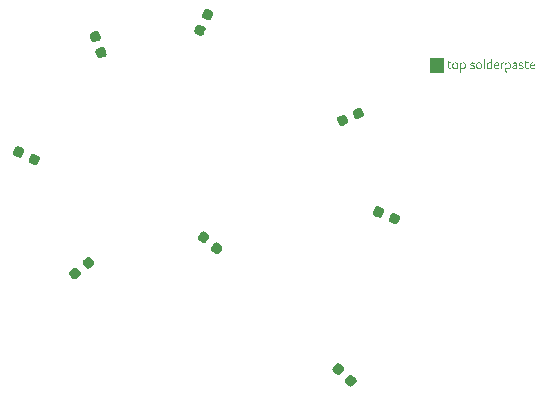
<source format=gtp>
G04                                                      *
G04 Greetings!                                           *
G04 This Gerber was generated by PCBmodE, an open source *
G04 PCB design software. Get it here:                    *
G04                                                      *
G04   http://pcbmode.com                                 *
G04                                                      *
G04 Also visit                                           *
G04                                                      *
G04   http://boldport.com                                *
G04                                                      *
G04 and follow @boldport / @pcbmode for updates!         *
G04                                                      *

G04 leading zeros omitted (L); absolute data (A); 6 integer digits and 6 fractional digits *
%FSLAX66Y66*%

G04 mode (MO): millimeters (MM) *
%MOMM*%

G04 Aperture definitions *
%ADD10C,0.001X*%
%ADD11C,0.001X*%

%LPD*%
G36*
G01X28436429Y-31801419D02*
G01X28555779Y-31673432D01*
G01X28555779Y-31673432D01*
G01X28595483Y-31638899D01*
G01X28640081Y-31614101D01*
G01X28687976Y-31599094D01*
G01X28737568Y-31593933D01*
G01X28787261Y-31598675D01*
G01X28835454Y-31613375D01*
G01X28880551Y-31638088D01*
G01X28909117Y-31661093D01*
G01X29037104Y-31780443D01*
G01X29165091Y-31899793D01*
G01X29165091Y-31899793D01*
G01X29199623Y-31939497D01*
G01X29224421Y-31984095D01*
G01X29239429Y-32031990D01*
G01X29244589Y-32081583D01*
G01X29239848Y-32131275D01*
G01X29225148Y-32179468D01*
G01X29200434Y-32224565D01*
G01X29177429Y-32253131D01*
G01X29058080Y-32381118D01*
G01X28938730Y-32509105D01*
G01X28938730Y-32509105D01*
G01X28899026Y-32543638D01*
G01X28854428Y-32568436D01*
G01X28806533Y-32583443D01*
G01X28756940Y-32588604D01*
G01X28707248Y-32583862D01*
G01X28659055Y-32569162D01*
G01X28613958Y-32544449D01*
G01X28585392Y-32521444D01*
G01X28457405Y-32402094D01*
G01X28329418Y-32282744D01*
G01X28329418Y-32282744D01*
G01X28294885Y-32243040D01*
G01X28270087Y-32198442D01*
G01X28255080Y-32150547D01*
G01X28249919Y-32100954D01*
G01X28254661Y-32051262D01*
G01X28269361Y-32003069D01*
G01X28294074Y-31957972D01*
G01X28317079Y-31929406D01*
G01X28436429Y-31801419D01*
G37*
G36*
G01X30118542Y-33370015D02*
G01X29999192Y-33498002D01*
G01X29999192Y-33498002D01*
G01X29959488Y-33532535D01*
G01X29914890Y-33557333D01*
G01X29866995Y-33572340D01*
G01X29817403Y-33577501D01*
G01X29767710Y-33572759D01*
G01X29719517Y-33558059D01*
G01X29674420Y-33533346D01*
G01X29645854Y-33510341D01*
G01X29517867Y-33390991D01*
G01X29389880Y-33271641D01*
G01X29389880Y-33271641D01*
G01X29355348Y-33231937D01*
G01X29330550Y-33187339D01*
G01X29315542Y-33139444D01*
G01X29310382Y-33089851D01*
G01X29315123Y-33040159D01*
G01X29329823Y-32991966D01*
G01X29354537Y-32946869D01*
G01X29377542Y-32918303D01*
G01X29496891Y-32790316D01*
G01X29616241Y-32662329D01*
G01X29616241Y-32662329D01*
G01X29655945Y-32627796D01*
G01X29700543Y-32602998D01*
G01X29748438Y-32587991D01*
G01X29798031Y-32582830D01*
G01X29847723Y-32587572D01*
G01X29895916Y-32602272D01*
G01X29941013Y-32626985D01*
G01X29969579Y-32649990D01*
G01X30097566Y-32769340D01*
G01X30225553Y-32888690D01*
G01X30225553Y-32888690D01*
G01X30260086Y-32928394D01*
G01X30284884Y-32972992D01*
G01X30299891Y-33020887D01*
G01X30305052Y-33070480D01*
G01X30300310Y-33120172D01*
G01X30285610Y-33168365D01*
G01X30260897Y-33213462D01*
G01X30237892Y-33242028D01*
G01X30118542Y-33370015D01*
G37*
G36*
G01X31764501Y-18624588D02*
G01X31832879Y-18463500D01*
G01X31832879Y-18463500D01*
G01X31858378Y-18417470D01*
G01X31891806Y-18378914D01*
G01X31931679Y-18348431D01*
G01X31976516Y-18326619D01*
G01X32024833Y-18314079D01*
G01X32075147Y-18311409D01*
G01X32125977Y-18319209D01*
G01X32160688Y-18331056D01*
G01X32321777Y-18399434D01*
G01X32482865Y-18467812D01*
G01X32482865Y-18467812D01*
G01X32528895Y-18493311D01*
G01X32567451Y-18526738D01*
G01X32597934Y-18566612D01*
G01X32619745Y-18611448D01*
G01X32632285Y-18659765D01*
G01X32634955Y-18710080D01*
G01X32627156Y-18760909D01*
G01X32615309Y-18795621D01*
G01X32546931Y-18956709D01*
G01X32478553Y-19117798D01*
G01X32478553Y-19117798D01*
G01X32453054Y-19163828D01*
G01X32419627Y-19202384D01*
G01X32379753Y-19232867D01*
G01X32334916Y-19254678D01*
G01X32286599Y-19267218D01*
G01X32236285Y-19269888D01*
G01X32185455Y-19262089D01*
G01X32150744Y-19250241D01*
G01X31989655Y-19181863D01*
G01X31828567Y-19113485D01*
G01X31828567Y-19113485D01*
G01X31782537Y-19087987D01*
G01X31743981Y-19054559D01*
G01X31713498Y-19014686D01*
G01X31691687Y-18969849D01*
G01X31679147Y-18921532D01*
G01X31676477Y-18871217D01*
G01X31684276Y-18820388D01*
G01X31696124Y-18785676D01*
G01X31764501Y-18624588D01*
G37*
G36*
G01X33881664Y-19523270D02*
G01X33813286Y-19684358D01*
G01X33813286Y-19684358D01*
G01X33787787Y-19730388D01*
G01X33754359Y-19768944D01*
G01X33714486Y-19799427D01*
G01X33669649Y-19821239D01*
G01X33621332Y-19833779D01*
G01X33571018Y-19836449D01*
G01X33520188Y-19828649D01*
G01X33485477Y-19816802D01*
G01X33324388Y-19748424D01*
G01X33163300Y-19680046D01*
G01X33163300Y-19680046D01*
G01X33117270Y-19654547D01*
G01X33078714Y-19621120D01*
G01X33048231Y-19581246D01*
G01X33026420Y-19536410D01*
G01X33013880Y-19488093D01*
G01X33011210Y-19437778D01*
G01X33019009Y-19386949D01*
G01X33030856Y-19352237D01*
G01X33099234Y-19191149D01*
G01X33167612Y-19030060D01*
G01X33167612Y-19030060D01*
G01X33193111Y-18984030D01*
G01X33226538Y-18945474D01*
G01X33266412Y-18914991D01*
G01X33311249Y-18893180D01*
G01X33359566Y-18880640D01*
G01X33409880Y-18877970D01*
G01X33460710Y-18885769D01*
G01X33495421Y-18897617D01*
G01X33656510Y-18965995D01*
G01X33817598Y-19034373D01*
G01X33817598Y-19034373D01*
G01X33863628Y-19059871D01*
G01X33902184Y-19093299D01*
G01X33932667Y-19133172D01*
G01X33954478Y-19178009D01*
G01X33967018Y-19226326D01*
G01X33969688Y-19276641D01*
G01X33961889Y-19327470D01*
G01X33950041Y-19362182D01*
G01X33881664Y-19523270D01*
G37*
G36*
G01X28723287Y-11196270D02*
G01X28654910Y-11035182D01*
G01X28654910Y-11035182D01*
G01X28639511Y-10984865D01*
G01X28634997Y-10934036D01*
G01X28640768Y-10884178D01*
G01X28656224Y-10836773D01*
G01X28680768Y-10793306D01*
G01X28713798Y-10755258D01*
G01X28754718Y-10724112D01*
G01X28787353Y-10707373D01*
G01X28948441Y-10638995D01*
G01X29109530Y-10570617D01*
G01X29109530Y-10570617D01*
G01X29159847Y-10555219D01*
G01X29210676Y-10550704D01*
G01X29260534Y-10556475D01*
G01X29307938Y-10571932D01*
G01X29351405Y-10596475D01*
G01X29389453Y-10629506D01*
G01X29420599Y-10670425D01*
G01X29437339Y-10703060D01*
G01X29505717Y-10864149D01*
G01X29574095Y-11025237D01*
G01X29574095Y-11025237D01*
G01X29589493Y-11075554D01*
G01X29594007Y-11126383D01*
G01X29588236Y-11176241D01*
G01X29572780Y-11223645D01*
G01X29548237Y-11267113D01*
G01X29515206Y-11305161D01*
G01X29474286Y-11336306D01*
G01X29441651Y-11353046D01*
G01X29280563Y-11421424D01*
G01X29119474Y-11489802D01*
G01X29119474Y-11489802D01*
G01X29069157Y-11505200D01*
G01X29018328Y-11509714D01*
G01X28968470Y-11503944D01*
G01X28921066Y-11488487D01*
G01X28877599Y-11463944D01*
G01X28839551Y-11430913D01*
G01X28808405Y-11389993D01*
G01X28791665Y-11357358D01*
G01X28723287Y-11196270D01*
G37*
G36*
G01X30840450Y-10297588D02*
G01X30908827Y-10458676D01*
G01X30908827Y-10458676D01*
G01X30924226Y-10508993D01*
G01X30928740Y-10559822D01*
G01X30922969Y-10609680D01*
G01X30907513Y-10657084D01*
G01X30882969Y-10700552D01*
G01X30849939Y-10738600D01*
G01X30809019Y-10769746D01*
G01X30776384Y-10786485D01*
G01X30615296Y-10854863D01*
G01X30454207Y-10923241D01*
G01X30454207Y-10923241D01*
G01X30403890Y-10938639D01*
G01X30353061Y-10943154D01*
G01X30303203Y-10937383D01*
G01X30255799Y-10921926D01*
G01X30212332Y-10897383D01*
G01X30174284Y-10864352D01*
G01X30143138Y-10823433D01*
G01X30126398Y-10790798D01*
G01X30058020Y-10629709D01*
G01X29989642Y-10468621D01*
G01X29989642Y-10468621D01*
G01X29974244Y-10418304D01*
G01X29969730Y-10367475D01*
G01X29975501Y-10317617D01*
G01X29990957Y-10270213D01*
G01X30015500Y-10226745D01*
G01X30048531Y-10188697D01*
G01X30089451Y-10157552D01*
G01X30122086Y-10140812D01*
G01X30283174Y-10072434D01*
G01X30444263Y-10004056D01*
G01X30444263Y-10004056D01*
G01X30494580Y-9988658D01*
G01X30545409Y-9984144D01*
G01X30595267Y-9989914D01*
G01X30642671Y-10005371D01*
G01X30686138Y-10029914D01*
G01X30724186Y-10062945D01*
G01X30755332Y-10103865D01*
G01X30772072Y-10136500D01*
G01X30840450Y-10297588D01*
G37*
G36*
G01X16860487Y-3779950D02*
G01X16703198Y-3703235D01*
G01X16703198Y-3703235D01*
G01X16658566Y-3675362D01*
G01X16621812Y-3639963D01*
G01X16593458Y-3598548D01*
G01X16574023Y-3552632D01*
G01X16564029Y-3503724D01*
G01X16563996Y-3453339D01*
G01X16574445Y-3402987D01*
G01X16588093Y-3368943D01*
G01X16664808Y-3211654D01*
G01X16741523Y-3054366D01*
G01X16741523Y-3054366D01*
G01X16769395Y-3009733D01*
G01X16804795Y-2972979D01*
G01X16846209Y-2944625D01*
G01X16892126Y-2925190D01*
G01X16941033Y-2915196D01*
G01X16991418Y-2915163D01*
G01X17041770Y-2925612D01*
G01X17075814Y-2939260D01*
G01X17233103Y-3015975D01*
G01X17390392Y-3092690D01*
G01X17390392Y-3092690D01*
G01X17435024Y-3120562D01*
G01X17471778Y-3155962D01*
G01X17500132Y-3197376D01*
G01X17519567Y-3243293D01*
G01X17529561Y-3292200D01*
G01X17529594Y-3342585D01*
G01X17519145Y-3392937D01*
G01X17505498Y-3426981D01*
G01X17428783Y-3584270D01*
G01X17352068Y-3741559D01*
G01X17352068Y-3741559D01*
G01X17324195Y-3786191D01*
G01X17288795Y-3822945D01*
G01X17247381Y-3851299D01*
G01X17201465Y-3870734D01*
G01X17152557Y-3880728D01*
G01X17102172Y-3880761D01*
G01X17051820Y-3870312D01*
G01X17017776Y-3856665D01*
G01X16860487Y-3779950D01*
G37*
G36*
G01X17868742Y-1712724D02*
G01X18026031Y-1789439D01*
G01X18026031Y-1789439D01*
G01X18070663Y-1817312D01*
G01X18107417Y-1852711D01*
G01X18135771Y-1894126D01*
G01X18155206Y-1940042D01*
G01X18165200Y-1988950D01*
G01X18165233Y-2039335D01*
G01X18154784Y-2089687D01*
G01X18141136Y-2123731D01*
G01X18064421Y-2281020D01*
G01X17987706Y-2438308D01*
G01X17987706Y-2438308D01*
G01X17959834Y-2482941D01*
G01X17924434Y-2519695D01*
G01X17883020Y-2548049D01*
G01X17837103Y-2567484D01*
G01X17788196Y-2577478D01*
G01X17737811Y-2577511D01*
G01X17687459Y-2567062D01*
G01X17653415Y-2553414D01*
G01X17496126Y-2476699D01*
G01X17338837Y-2399984D01*
G01X17338837Y-2399984D01*
G01X17294205Y-2372112D01*
G01X17257451Y-2336712D01*
G01X17229097Y-2295298D01*
G01X17209662Y-2249381D01*
G01X17199668Y-2200474D01*
G01X17199635Y-2150089D01*
G01X17210084Y-2099737D01*
G01X17223731Y-2065693D01*
G01X17300446Y-1908404D01*
G01X17377161Y-1751115D01*
G01X17377161Y-1751115D01*
G01X17405034Y-1706483D01*
G01X17440434Y-1669729D01*
G01X17481848Y-1641375D01*
G01X17527764Y-1621940D01*
G01X17576672Y-1611946D01*
G01X17627057Y-1611913D01*
G01X17677409Y-1622362D01*
G01X17711453Y-1636009D01*
G01X17868742Y-1712724D01*
G37*
G36*
G01X8812553Y-5716564D02*
G01X8648107Y-5776418D01*
G01X8648107Y-5776418D01*
G01X8597053Y-5789161D01*
G01X8546057Y-5791009D01*
G01X8496570Y-5782637D01*
G01X8450039Y-5764721D01*
G01X8407916Y-5737936D01*
G01X8371649Y-5702959D01*
G01X8342687Y-5660466D01*
G01X8327679Y-5627000D01*
G01X8267825Y-5462553D01*
G01X8207972Y-5298107D01*
G01X8207972Y-5298107D01*
G01X8195228Y-5247053D01*
G01X8193380Y-5196057D01*
G01X8201752Y-5146570D01*
G01X8219668Y-5100040D01*
G01X8246453Y-5057916D01*
G01X8281430Y-5021649D01*
G01X8323923Y-4992688D01*
G01X8357390Y-4977679D01*
G01X8521836Y-4917825D01*
G01X8686282Y-4857972D01*
G01X8686282Y-4857972D01*
G01X8737336Y-4845228D01*
G01X8788332Y-4843380D01*
G01X8837819Y-4851752D01*
G01X8884350Y-4869669D01*
G01X8926473Y-4896453D01*
G01X8962740Y-4931430D01*
G01X8991702Y-4973924D01*
G01X9006710Y-5007390D01*
G01X9066564Y-5171836D01*
G01X9126417Y-5336282D01*
G01X9126417Y-5336282D01*
G01X9139161Y-5387337D01*
G01X9141009Y-5438332D01*
G01X9132637Y-5487820D01*
G01X9114721Y-5534350D01*
G01X9087936Y-5576473D01*
G01X9052959Y-5612740D01*
G01X9010466Y-5641702D01*
G01X8976999Y-5656711D01*
G01X8812553Y-5716564D01*
G37*
G36*
G01X8025906Y-3555272D02*
G01X8190352Y-3495418D01*
G01X8190352Y-3495418D01*
G01X8241406Y-3482675D01*
G01X8292402Y-3480827D01*
G01X8341889Y-3489199D01*
G01X8388420Y-3507115D01*
G01X8430543Y-3533900D01*
G01X8466810Y-3568877D01*
G01X8495772Y-3611370D01*
G01X8510780Y-3644836D01*
G01X8570634Y-3809283D01*
G01X8630487Y-3973729D01*
G01X8630487Y-3973729D01*
G01X8643231Y-4024783D01*
G01X8645079Y-4075779D01*
G01X8636707Y-4125266D01*
G01X8618791Y-4171796D01*
G01X8592006Y-4213920D01*
G01X8557029Y-4250187D01*
G01X8514536Y-4279148D01*
G01X8481069Y-4294157D01*
G01X8316623Y-4354011D01*
G01X8152177Y-4413864D01*
G01X8152177Y-4413864D01*
G01X8101123Y-4426608D01*
G01X8050127Y-4428456D01*
G01X8000640Y-4420084D01*
G01X7954109Y-4402167D01*
G01X7911986Y-4375383D01*
G01X7875719Y-4340406D01*
G01X7846757Y-4297912D01*
G01X7831749Y-4264446D01*
G01X7771895Y-4100000D01*
G01X7712042Y-3935554D01*
G01X7712042Y-3935554D01*
G01X7699298Y-3884499D01*
G01X7697450Y-3833504D01*
G01X7705822Y-3784016D01*
G01X7723738Y-3737486D01*
G01X7750523Y-3695363D01*
G01X7785500Y-3659096D01*
G01X7827993Y-3630134D01*
G01X7861460Y-3615125D01*
G01X8025906Y-3555272D01*
G37*
G36*
G01X3401439Y-14511485D02*
G01X3327480Y-14670089D01*
G01X3327480Y-14670089D01*
G01X3300391Y-14715201D01*
G01X3265638Y-14752567D01*
G01X3224725Y-14781640D01*
G01X3179155Y-14801873D01*
G01X3130429Y-14812719D01*
G01X3080052Y-14813632D01*
G01X3029526Y-14804063D01*
G01X2995249Y-14791011D01*
G01X2836645Y-14717053D01*
G01X2678041Y-14643095D01*
G01X2678041Y-14643095D01*
G01X2632929Y-14616006D01*
G01X2595563Y-14581253D01*
G01X2566490Y-14540340D01*
G01X2546257Y-14494769D01*
G01X2535411Y-14446044D01*
G01X2534499Y-14395667D01*
G01X2544067Y-14345141D01*
G01X2557119Y-14310864D01*
G01X2631077Y-14152260D01*
G01X2705035Y-13993656D01*
G01X2705035Y-13993656D01*
G01X2732125Y-13948544D01*
G01X2766877Y-13911178D01*
G01X2807790Y-13882105D01*
G01X2853361Y-13861872D01*
G01X2902086Y-13851026D01*
G01X2952463Y-13850113D01*
G01X3002990Y-13859682D01*
G01X3037267Y-13872733D01*
G01X3195871Y-13946692D01*
G01X3354474Y-14020650D01*
G01X3354474Y-14020650D01*
G01X3399586Y-14047739D01*
G01X3436952Y-14082492D01*
G01X3466025Y-14123405D01*
G01X3486258Y-14168976D01*
G01X3497105Y-14217701D01*
G01X3498017Y-14268078D01*
G01X3488448Y-14318604D01*
G01X3475397Y-14352881D01*
G01X3401439Y-14511485D01*
G37*
G36*
G01X1316930Y-13539463D02*
G01X1390889Y-13380859D01*
G01X1390889Y-13380859D01*
G01X1417978Y-13335747D01*
G01X1452731Y-13298381D01*
G01X1493644Y-13269308D01*
G01X1539214Y-13249075D01*
G01X1587940Y-13238229D01*
G01X1638317Y-13237316D01*
G01X1688843Y-13246885D01*
G01X1723120Y-13259937D01*
G01X1881724Y-13333895D01*
G01X2040328Y-13407853D01*
G01X2040328Y-13407853D01*
G01X2085440Y-13434942D01*
G01X2122806Y-13469695D01*
G01X2151879Y-13510608D01*
G01X2172112Y-13556179D01*
G01X2182958Y-13604904D01*
G01X2183870Y-13655281D01*
G01X2174302Y-13705807D01*
G01X2161250Y-13740084D01*
G01X2087292Y-13898688D01*
G01X2013334Y-14057292D01*
G01X2013334Y-14057292D01*
G01X1986244Y-14102404D01*
G01X1951492Y-14139770D01*
G01X1910579Y-14168843D01*
G01X1865008Y-14189076D01*
G01X1816283Y-14199922D01*
G01X1765906Y-14200835D01*
G01X1715379Y-14191266D01*
G01X1681102Y-14178215D01*
G01X1522498Y-14104256D01*
G01X1363895Y-14030298D01*
G01X1363895Y-14030298D01*
G01X1318783Y-14003209D01*
G01X1281417Y-13968456D01*
G01X1252344Y-13927543D01*
G01X1232111Y-13881972D01*
G01X1221264Y-13833247D01*
G01X1220352Y-13782870D01*
G01X1229921Y-13732344D01*
G01X1242972Y-13698067D01*
G01X1316930Y-13539463D01*
G37*
G36*
G01X7923973Y-22822914D02*
G01X8034104Y-22958914D01*
G01X8034104Y-22958914D01*
G01X8062775Y-23003038D01*
G01X8081125Y-23050654D01*
G01X8089321Y-23100171D01*
G01X8087529Y-23149999D01*
G01X8075918Y-23198548D01*
G01X8054654Y-23244226D01*
G01X8023905Y-23285444D01*
G01X7997148Y-23310531D01*
G01X7861147Y-23420662D01*
G01X7725147Y-23530793D01*
G01X7725147Y-23530793D01*
G01X7681023Y-23559464D01*
G01X7633408Y-23577814D01*
G01X7583890Y-23586009D01*
G01X7534062Y-23584218D01*
G01X7485514Y-23572607D01*
G01X7439835Y-23551343D01*
G01X7398617Y-23520593D01*
G01X7373530Y-23493837D01*
G01X7263399Y-23357836D01*
G01X7153268Y-23221836D01*
G01X7153268Y-23221836D01*
G01X7124597Y-23177712D01*
G01X7106247Y-23130096D01*
G01X7098052Y-23080579D01*
G01X7099843Y-23030751D01*
G01X7111455Y-22982202D01*
G01X7132718Y-22936524D01*
G01X7163468Y-22895305D01*
G01X7190225Y-22870219D01*
G01X7326225Y-22760088D01*
G01X7462226Y-22649957D01*
G01X7462226Y-22649957D01*
G01X7506349Y-22621286D01*
G01X7553965Y-22602936D01*
G01X7603482Y-22594740D01*
G01X7653310Y-22596532D01*
G01X7701859Y-22608143D01*
G01X7747538Y-22629407D01*
G01X7788756Y-22660156D01*
G01X7813842Y-22686913D01*
G01X7923973Y-22822914D01*
G37*
G36*
G01X6136538Y-24270350D02*
G01X6026407Y-24134350D01*
G01X6026407Y-24134350D01*
G01X5997736Y-24090226D01*
G01X5979386Y-24042610D01*
G01X5971190Y-23993093D01*
G01X5972982Y-23943265D01*
G01X5984593Y-23894717D01*
G01X6005857Y-23849038D01*
G01X6036606Y-23807820D01*
G01X6063363Y-23782733D01*
G01X6199364Y-23672602D01*
G01X6335364Y-23562471D01*
G01X6335364Y-23562471D01*
G01X6379488Y-23533800D01*
G01X6427103Y-23515450D01*
G01X6476621Y-23507255D01*
G01X6526449Y-23509046D01*
G01X6574997Y-23520657D01*
G01X6620676Y-23541921D01*
G01X6661894Y-23572671D01*
G01X6686981Y-23599427D01*
G01X6797112Y-23735428D01*
G01X6907243Y-23871428D01*
G01X6907243Y-23871428D01*
G01X6935914Y-23915552D01*
G01X6954264Y-23963168D01*
G01X6962459Y-24012685D01*
G01X6960668Y-24062513D01*
G01X6949056Y-24111062D01*
G01X6927793Y-24156740D01*
G01X6897043Y-24197959D01*
G01X6870286Y-24223045D01*
G01X6734286Y-24333176D01*
G01X6598285Y-24443307D01*
G01X6598285Y-24443307D01*
G01X6554162Y-24471978D01*
G01X6506546Y-24490328D01*
G01X6457029Y-24498524D01*
G01X6407201Y-24496732D01*
G01X6358652Y-24485121D01*
G01X6312973Y-24463857D01*
G01X6271755Y-24433108D01*
G01X6246669Y-24406351D01*
G01X6136538Y-24270350D01*
G37*
G36*
G01X17022563Y-20659079D02*
G01X17135051Y-20525021D01*
G01X17135051Y-20525021D01*
G01X17172893Y-20488458D01*
G01X17216133Y-20461360D01*
G01X17263177Y-20443866D01*
G01X17312431Y-20436117D01*
G01X17362303Y-20438252D01*
G01X17411200Y-20450409D01*
G01X17457528Y-20472729D01*
G01X17487259Y-20494207D01*
G01X17621317Y-20606695D01*
G01X17755375Y-20719183D01*
G01X17755375Y-20719183D01*
G01X17791938Y-20757025D01*
G01X17819036Y-20800264D01*
G01X17836530Y-20847308D01*
G01X17844279Y-20896563D01*
G01X17842144Y-20946435D01*
G01X17829987Y-20995331D01*
G01X17807667Y-21041660D01*
G01X17786189Y-21071391D01*
G01X17673701Y-21205448D01*
G01X17561213Y-21339506D01*
G01X17561213Y-21339506D01*
G01X17523371Y-21376070D01*
G01X17480131Y-21403168D01*
G01X17433088Y-21420661D01*
G01X17383833Y-21428410D01*
G01X17333961Y-21426276D01*
G01X17285064Y-21414119D01*
G01X17238736Y-21391799D01*
G01X17209005Y-21370320D01*
G01X17074947Y-21257833D01*
G01X16940890Y-21145345D01*
G01X16940890Y-21145345D01*
G01X16904326Y-21107502D01*
G01X16877228Y-21064263D01*
G01X16859735Y-21017219D01*
G01X16851986Y-20967965D01*
G01X16854120Y-20918093D01*
G01X16866277Y-20869196D01*
G01X16888597Y-20822868D01*
G01X16910075Y-20793137D01*
G01X17022563Y-20659079D01*
G37*
G36*
G01X18784466Y-22137491D02*
G01X18671978Y-22271549D01*
G01X18671978Y-22271549D01*
G01X18634136Y-22308112D01*
G01X18590896Y-22335210D01*
G01X18543852Y-22352704D01*
G01X18494598Y-22360453D01*
G01X18444726Y-22358318D01*
G01X18395829Y-22346161D01*
G01X18349501Y-22323841D01*
G01X18319770Y-22302363D01*
G01X18185712Y-22189875D01*
G01X18051654Y-22077387D01*
G01X18051654Y-22077387D01*
G01X18015091Y-22039545D01*
G01X17987993Y-21996306D01*
G01X17970499Y-21949262D01*
G01X17962750Y-21900007D01*
G01X17964885Y-21850135D01*
G01X17977042Y-21801239D01*
G01X17999362Y-21754910D01*
G01X18020840Y-21725179D01*
G01X18133328Y-21591122D01*
G01X18245816Y-21457064D01*
G01X18245816Y-21457064D01*
G01X18283658Y-21420500D01*
G01X18326898Y-21393402D01*
G01X18373941Y-21375909D01*
G01X18423196Y-21368160D01*
G01X18473068Y-21370294D01*
G01X18521965Y-21382451D01*
G01X18568293Y-21404771D01*
G01X18598024Y-21426250D01*
G01X18732082Y-21538737D01*
G01X18866139Y-21651225D01*
G01X18866139Y-21651225D01*
G01X18902703Y-21689068D01*
G01X18929801Y-21732307D01*
G01X18947294Y-21779351D01*
G01X18955043Y-21828605D01*
G01X18952909Y-21878477D01*
G01X18940752Y-21927374D01*
G01X18918432Y-21973702D01*
G01X18896954Y-22003433D01*
G01X18784466Y-22137491D01*
G37*
G36*
G01X36486525Y-5800000D02*
G01X37686525Y-5800000D01*
G01X37686525Y-7000000D01*
G01X36486525Y-7000000D01*
G01X36486525Y-5800000D01*
G37*
G36*
G01X37936525Y-6179102D02*
G01X37936525Y-6179102D01*
G01X37954396Y-6143946D01*
G01X37954396Y-6143946D01*
G01X38011403Y-6136381D01*
G01X38015627Y-6136329D01*
G01X38049611Y-6136329D01*
G01X38049611Y-6136329D01*
G01X38047407Y-6079044D01*
G01X38044356Y-6029204D01*
G01X38041994Y-6001563D01*
G01X38041994Y-6001563D01*
G01X38081837Y-5998047D01*
G01X38081837Y-5998047D01*
G01X38130072Y-6014500D01*
G01X38139259Y-6043750D01*
G01X38139259Y-6043750D01*
G01X38137892Y-6079530D01*
G01X38134572Y-6137500D01*
G01X38134572Y-6137500D01*
G01X38204298Y-6137098D01*
G01X38261134Y-6135889D01*
G01X38305080Y-6133875D01*
G01X38336134Y-6131055D01*
G01X38336134Y-6131055D01*
G01X38336134Y-6131055D01*
G01X38340822Y-6159180D01*
G01X38340822Y-6159180D01*
G01X38328224Y-6191407D01*
G01X38328224Y-6191407D01*
G01X38288087Y-6200782D01*
G01X38288087Y-6200782D01*
G01X38252977Y-6201428D01*
G01X38201787Y-6201818D01*
G01X38134518Y-6201953D01*
G01X38132228Y-6201954D01*
G01X38132228Y-6201954D01*
G01X38131422Y-6251647D01*
G01X38130785Y-6302314D01*
G01X38130318Y-6353953D01*
G01X38130019Y-6406566D01*
G01X38129890Y-6460151D01*
G01X38129884Y-6474415D01*
G01X38129884Y-6474415D01*
G01X38132922Y-6539514D01*
G01X38142034Y-6586313D01*
G01X38153322Y-6610059D01*
G01X38153322Y-6610059D01*
G01X38208390Y-6640169D01*
G01X38230666Y-6642579D01*
G01X38230666Y-6642579D01*
G01X38279965Y-6632374D01*
G01X38316798Y-6606250D01*
G01X38316798Y-6606250D01*
G01X38338478Y-6649610D01*
G01X38338478Y-6649610D01*
G01X38311619Y-6688111D01*
G01X38307423Y-6690332D01*
G01X38307423Y-6690332D01*
G01X38245716Y-6705194D01*
G01X38231837Y-6705860D01*
G01X38231837Y-6705860D01*
G01X38174057Y-6699980D01*
G01X38128217Y-6682340D01*
G01X38094317Y-6652940D01*
G01X38090919Y-6648438D01*
G01X38090919Y-6648438D01*
G01X38065029Y-6590592D01*
G01X38053130Y-6528545D01*
G01X38049780Y-6484832D01*
G01X38049611Y-6476758D01*
G01X38049611Y-6476758D01*
G01X38050417Y-6399885D01*
G01X38051054Y-6334476D01*
G01X38051521Y-6280532D01*
G01X38051820Y-6238053D01*
G01X38051949Y-6207038D01*
G01X38051955Y-6200782D01*
G01X38051955Y-6200782D01*
G01X38027552Y-6202561D01*
G01X37960671Y-6207901D01*
G01X37940041Y-6209571D01*
G01X37940041Y-6209571D01*
G01X37936525Y-6179102D01*
G37*
G36*
G01X38412306Y-6415821D02*
G01X38412306Y-6415821D01*
G01X38415794Y-6360323D01*
G01X38426259Y-6309844D01*
G01X38443700Y-6264386D01*
G01X38468117Y-6223946D01*
G01X38484377Y-6204004D01*
G01X38484377Y-6204004D01*
G01X38541735Y-6159133D01*
G01X38601118Y-6135270D01*
G01X38649161Y-6125780D01*
G01X38672499Y-6124029D01*
G01X38673048Y-6124024D01*
G01X38673048Y-6124024D01*
G01X38726930Y-6128631D01*
G01X38775513Y-6142451D01*
G01X38818798Y-6165486D01*
G01X38856783Y-6197734D01*
G01X38862599Y-6204004D01*
G01X38862599Y-6204004D01*
G01X38900314Y-6262365D01*
G01X38921771Y-6324049D01*
G01X38931555Y-6377320D01*
G01X38934252Y-6410443D01*
G01X38934376Y-6415821D01*
G01X38934376Y-6415821D01*
G01X38924732Y-6498098D01*
G01X38902785Y-6561712D01*
G01X38879016Y-6604739D01*
G01X38863904Y-6625253D01*
G01X38862599Y-6626758D01*
G01X38862599Y-6626758D01*
G01X38805235Y-6671136D01*
G01X38745559Y-6694737D01*
G01X38697154Y-6704123D01*
G01X38673603Y-6705855D01*
G01X38673048Y-6705860D01*
G01X38673048Y-6705860D01*
G01X38619645Y-6701304D01*
G01X38571371Y-6687635D01*
G01X38528227Y-6664854D01*
G01X38490213Y-6632960D01*
G01X38484377Y-6626758D01*
G01X38484377Y-6626758D01*
G01X38446507Y-6568859D01*
G01X38424963Y-6507439D01*
G01X38415139Y-6454287D01*
G01X38412431Y-6421197D01*
G01X38412306Y-6415821D01*
G37*
%LPC*%
G36*
G01X38496681Y-6398829D02*
G01X38496681Y-6398829D01*
G01X38500333Y-6453868D01*
G01X38511289Y-6503487D01*
G01X38529549Y-6547686D01*
G01X38543263Y-6570508D01*
G01X38543263Y-6570508D01*
G01X38597037Y-6618444D01*
G01X38648903Y-6636368D01*
G01X38673024Y-6639063D01*
G01X38673048Y-6639063D01*
G01X38673048Y-6639063D01*
G01X38725758Y-6632560D01*
G01X38769932Y-6613053D01*
G01X38803712Y-6582813D01*
G01X38803712Y-6582813D01*
G01X38835848Y-6521594D01*
G01X38848400Y-6463139D01*
G01X38850584Y-6433255D01*
G01X38850587Y-6432813D01*
G01X38850587Y-6432813D01*
G01X38846821Y-6377727D01*
G01X38835520Y-6327970D01*
G01X38816686Y-6283542D01*
G01X38802541Y-6260547D01*
G01X38802541Y-6260547D01*
G01X38748190Y-6212202D01*
G01X38696780Y-6194124D01*
G01X38673073Y-6191407D01*
G01X38673048Y-6191407D01*
G01X38673048Y-6191407D01*
G01X38620407Y-6197977D01*
G01X38576435Y-6217688D01*
G01X38542970Y-6248243D01*
G01X38542970Y-6248243D01*
G01X38511236Y-6309864D01*
G01X38498841Y-6368475D01*
G01X38496684Y-6398387D01*
G01X38496681Y-6398829D01*
G37*
%LPD*%
G36*
G01X39060353Y-6142188D02*
G01X39060353Y-6142188D01*
G01X39107228Y-6132813D01*
G01X39107228Y-6132813D01*
G01X39148808Y-6151555D01*
G01X39158791Y-6192579D01*
G01X39158791Y-6192579D01*
G01X39204897Y-6162586D01*
G01X39251808Y-6141163D01*
G01X39299525Y-6128309D01*
G01X39348048Y-6124024D01*
G01X39348048Y-6124024D01*
G01X39348048Y-6124024D01*
G01X39399315Y-6129798D01*
G01X39444834Y-6147122D01*
G01X39484604Y-6175994D01*
G01X39496584Y-6188184D01*
G01X39496584Y-6188184D01*
G01X39530289Y-6245784D01*
G01X39547597Y-6309949D01*
G01X39553973Y-6362084D01*
G01X39554884Y-6383594D01*
G01X39554884Y-6383594D01*
G01X39554884Y-6383594D01*
G01X39552094Y-6437219D01*
G01X39543724Y-6487844D01*
G01X39529774Y-6535469D01*
G01X39527638Y-6541211D01*
G01X39527638Y-6541211D01*
G01X39492197Y-6604637D01*
G01X39455962Y-6645678D01*
G01X39440627Y-6659278D01*
G01X39440627Y-6659278D01*
G01X39377335Y-6691850D01*
G01X39321464Y-6704029D01*
G01X39296511Y-6705860D01*
G01X39296486Y-6705860D01*
G01X39296486Y-6705860D01*
G01X39246426Y-6700620D01*
G01X39198341Y-6684901D01*
G01X39162306Y-6665430D01*
G01X39162306Y-6665430D01*
G01X39162681Y-6707618D01*
G01X39162892Y-6728418D01*
G01X39162892Y-6728418D01*
G01X39163874Y-6797617D01*
G01X39164064Y-6805762D01*
G01X39164064Y-6805762D01*
G01X39166745Y-6864140D01*
G01X39166994Y-6868750D01*
G01X39166994Y-6868750D01*
G01X39173247Y-6932415D01*
G01X39174318Y-6939063D01*
G01X39174318Y-6939063D01*
G01X39186328Y-6988275D01*
G01X39186330Y-6988282D01*
G01X39186330Y-6988282D01*
G01X39138283Y-6997657D01*
G01X39138283Y-6997657D01*
G01X39091943Y-6982438D01*
G01X39091701Y-6982129D01*
G01X39091701Y-6982129D01*
G01X39079698Y-6929970D01*
G01X39079689Y-6929102D01*
G01X39079689Y-6929102D01*
G01X39079746Y-6884891D01*
G01X39079917Y-6837053D01*
G01X39080202Y-6785590D01*
G01X39080600Y-6730500D01*
G01X39081113Y-6671785D01*
G01X39081447Y-6637598D01*
G01X39081447Y-6637598D01*
G01X39082338Y-6541724D01*
G01X39082862Y-6471644D01*
G01X39083116Y-6425323D01*
G01X39083197Y-6400728D01*
G01X39083205Y-6395313D01*
G01X39083205Y-6395313D01*
G01X39082291Y-6324625D01*
G01X39079548Y-6263969D01*
G01X39074978Y-6213344D01*
G01X39068580Y-6172750D01*
G01X39060353Y-6142188D01*
G01X39060353Y-6142188D01*
G37*
%LPC*%
G36*
G01X39162306Y-6257618D02*
G01X39162306Y-6257618D01*
G01X39162957Y-6332619D01*
G01X39163501Y-6399420D01*
G01X39163941Y-6458021D01*
G01X39164275Y-6508422D01*
G01X39164503Y-6550623D01*
G01X39164626Y-6584623D01*
G01X39164650Y-6602735D01*
G01X39164650Y-6602735D01*
G01X39206032Y-6622975D01*
G01X39255271Y-6635088D01*
G01X39308791Y-6639063D01*
G01X39308791Y-6639063D01*
G01X39358668Y-6629908D01*
G01X39400490Y-6602442D01*
G01X39400490Y-6602442D01*
G01X39400490Y-6602442D01*
G01X39440267Y-6546459D01*
G01X39453735Y-6513918D01*
G01X39453810Y-6513672D01*
G01X39453810Y-6513672D01*
G01X39466611Y-6445912D01*
G01X39469311Y-6403661D01*
G01X39469337Y-6401172D01*
G01X39469337Y-6401172D01*
G01X39465620Y-6341600D01*
G01X39454466Y-6292258D01*
G01X39435877Y-6253147D01*
G01X39428029Y-6242383D01*
G01X39428029Y-6242383D01*
G01X39369999Y-6201353D01*
G01X39326313Y-6191616D01*
G01X39321681Y-6191407D01*
G01X39321681Y-6191407D01*
G01X39274739Y-6196975D01*
G01X39228387Y-6213680D01*
G01X39182627Y-6241522D01*
G01X39162306Y-6257618D01*
G37*
%LPD*%
G36*
G01X39932228Y-6610352D02*
G01X39932228Y-6610352D01*
G01X39953623Y-6574235D01*
G01X39986134Y-6559961D01*
G01X39986134Y-6559961D01*
G01X40013169Y-6599723D01*
G01X40043263Y-6618848D01*
G01X40043263Y-6618848D01*
G01X40109415Y-6636827D01*
G01X40138478Y-6639063D01*
G01X40138478Y-6639063D01*
G01X40205987Y-6624918D01*
G01X40221974Y-6616211D01*
G01X40221974Y-6616211D01*
G01X40252290Y-6561336D01*
G01X40253908Y-6545313D01*
G01X40253908Y-6545313D01*
G01X40235945Y-6500928D01*
G01X40221974Y-6490235D01*
G01X40221974Y-6490235D01*
G01X40161858Y-6465254D01*
G01X40144630Y-6460645D01*
G01X40144630Y-6460645D01*
G01X40078052Y-6443680D01*
G01X40053517Y-6436622D01*
G01X40053517Y-6436622D01*
G01X39995157Y-6403367D01*
G01X39975880Y-6384473D01*
G01X39975880Y-6384473D01*
G01X39948701Y-6323012D01*
G01X39943954Y-6283477D01*
G01X39943947Y-6282813D01*
G01X39943947Y-6282813D01*
G01X39952409Y-6234665D01*
G01X39977797Y-6193415D01*
G01X40005763Y-6168555D01*
G01X40005763Y-6168555D01*
G01X40070708Y-6136826D01*
G01X40124651Y-6125483D01*
G01X40145509Y-6124024D01*
G01X40145509Y-6124024D01*
G01X40194612Y-6128902D01*
G01X40242921Y-6143535D01*
G01X40255959Y-6149219D01*
G01X40255959Y-6149219D01*
G01X40304882Y-6196894D01*
G01X40310158Y-6218946D01*
G01X40310158Y-6218946D01*
G01X40288762Y-6256155D01*
G01X40256251Y-6269336D01*
G01X40256251Y-6269336D01*
G01X40228457Y-6230894D01*
G01X40202052Y-6213086D01*
G01X40202052Y-6213086D01*
G01X40137656Y-6193130D01*
G01X40116798Y-6191407D01*
G01X40116798Y-6191407D01*
G01X40066835Y-6201402D01*
G01X40045900Y-6213672D01*
G01X40045900Y-6213672D01*
G01X40016824Y-6267034D01*
G01X40016017Y-6276368D01*
G01X40016017Y-6276368D01*
G01X40033504Y-6320924D01*
G01X40047951Y-6332618D01*
G01X40047951Y-6332618D01*
G01X40107266Y-6358837D01*
G01X40125294Y-6363965D01*
G01X40125294Y-6363965D01*
G01X40190896Y-6381183D01*
G01X40216408Y-6388575D01*
G01X40216408Y-6388575D01*
G01X40275541Y-6421179D01*
G01X40294044Y-6438379D01*
G01X40294044Y-6438379D01*
G01X40321986Y-6498914D01*
G01X40325978Y-6532422D01*
G01X40325978Y-6532422D01*
G01X40325978Y-6532422D01*
G01X40318900Y-6585488D01*
G01X40297665Y-6629139D01*
G01X40264748Y-6661622D01*
G01X40264748Y-6661622D01*
G01X40200432Y-6692555D01*
G01X40144177Y-6704121D01*
G01X40119167Y-6705860D01*
G01X40119142Y-6705860D01*
G01X40119142Y-6705860D01*
G01X40065847Y-6701883D01*
G01X40017290Y-6689953D01*
G01X39989064Y-6678321D01*
G01X39989064Y-6678321D01*
G01X39937760Y-6630827D01*
G01X39932228Y-6610352D01*
G37*
G36*
G01X40428517Y-6415821D02*
G01X40428517Y-6415821D01*
G01X40432005Y-6360323D01*
G01X40442470Y-6309844D01*
G01X40459911Y-6264386D01*
G01X40484328Y-6223946D01*
G01X40500587Y-6204004D01*
G01X40500587Y-6204004D01*
G01X40557946Y-6159133D01*
G01X40617329Y-6135270D01*
G01X40665372Y-6125780D01*
G01X40688710Y-6124029D01*
G01X40689259Y-6124024D01*
G01X40689259Y-6124024D01*
G01X40743141Y-6128631D01*
G01X40791724Y-6142451D01*
G01X40835009Y-6165486D01*
G01X40872994Y-6197734D01*
G01X40878810Y-6204004D01*
G01X40878810Y-6204004D01*
G01X40916525Y-6262365D01*
G01X40937982Y-6324049D01*
G01X40947766Y-6377320D01*
G01X40950463Y-6410443D01*
G01X40950587Y-6415821D01*
G01X40950587Y-6415821D01*
G01X40940943Y-6498098D01*
G01X40918996Y-6561712D01*
G01X40895227Y-6604739D01*
G01X40880115Y-6625253D01*
G01X40878810Y-6626758D01*
G01X40878810Y-6626758D01*
G01X40821446Y-6671136D01*
G01X40761770Y-6694738D01*
G01X40713365Y-6704123D01*
G01X40689814Y-6705855D01*
G01X40689259Y-6705860D01*
G01X40689259Y-6705860D01*
G01X40635856Y-6701304D01*
G01X40587582Y-6687635D01*
G01X40544438Y-6664854D01*
G01X40506424Y-6632960D01*
G01X40500587Y-6626758D01*
G01X40500587Y-6626758D01*
G01X40462718Y-6568860D01*
G01X40441174Y-6507439D01*
G01X40431350Y-6454287D01*
G01X40428642Y-6421197D01*
G01X40428517Y-6415821D01*
G37*
%LPC*%
G36*
G01X40512892Y-6398829D02*
G01X40512892Y-6398829D01*
G01X40516544Y-6453868D01*
G01X40527500Y-6503487D01*
G01X40545760Y-6547686D01*
G01X40559474Y-6570508D01*
G01X40559474Y-6570508D01*
G01X40613248Y-6618444D01*
G01X40665114Y-6636368D01*
G01X40689234Y-6639063D01*
G01X40689259Y-6639063D01*
G01X40689259Y-6639063D01*
G01X40741969Y-6632560D01*
G01X40786143Y-6613053D01*
G01X40819923Y-6582813D01*
G01X40819923Y-6582813D01*
G01X40852059Y-6521594D01*
G01X40864611Y-6463139D01*
G01X40866795Y-6433255D01*
G01X40866798Y-6432813D01*
G01X40866798Y-6432813D01*
G01X40863031Y-6377727D01*
G01X40851731Y-6327970D01*
G01X40832896Y-6283542D01*
G01X40818751Y-6260547D01*
G01X40818751Y-6260547D01*
G01X40764401Y-6212202D01*
G01X40712991Y-6194124D01*
G01X40689284Y-6191407D01*
G01X40689259Y-6191407D01*
G01X40689259Y-6191407D01*
G01X40636618Y-6197977D01*
G01X40592646Y-6217688D01*
G01X40559181Y-6248243D01*
G01X40559181Y-6248243D01*
G01X40527447Y-6309864D01*
G01X40515052Y-6368475D01*
G01X40512895Y-6398387D01*
G01X40512892Y-6398829D01*
G37*
%LPD*%
G36*
G01X41076564Y-5805860D02*
G01X41076564Y-5805860D01*
G01X41118751Y-5802344D01*
G01X41118751Y-5802344D01*
G01X41165876Y-5819912D01*
G01X41173830Y-5848047D01*
G01X41173830Y-5848047D01*
G01X41172760Y-5888691D01*
G01X41172072Y-5912207D01*
G01X41172072Y-5912207D01*
G01X41170229Y-5976627D01*
G01X41168538Y-6037843D01*
G01X41167690Y-6069071D01*
G01X41167677Y-6069532D01*
G01X41167677Y-6069532D01*
G01X41166109Y-6144038D01*
G01X41165332Y-6208111D01*
G01X41165069Y-6251555D01*
G01X41165041Y-6264649D01*
G01X41165041Y-6451563D01*
G01X41165041Y-6451563D01*
G01X41166048Y-6514883D01*
G01X41169072Y-6570968D01*
G01X41174110Y-6619817D01*
G01X41181165Y-6661432D01*
G01X41187892Y-6688282D01*
G01X41187892Y-6688282D01*
G01X41142775Y-6697657D01*
G01X41142775Y-6697657D01*
G01X41096486Y-6683301D01*
G01X41096486Y-6683301D01*
G01X41083595Y-6635547D01*
G01X41083595Y-6635547D01*
G01X41083595Y-6635547D01*
G01X41083723Y-6607784D01*
G01X41084106Y-6557751D01*
G01X41084744Y-6485449D01*
G01X41084767Y-6482911D01*
G01X41084767Y-6482911D01*
G01X41085483Y-6393698D01*
G01X41085825Y-6332444D01*
G01X41085931Y-6299047D01*
G01X41085939Y-6292188D01*
G01X41085939Y-6152735D01*
G01X41085939Y-6152735D01*
G01X41085728Y-6072763D01*
G01X41085095Y-6002653D01*
G01X41084041Y-5942404D01*
G01X41082564Y-5892016D01*
G01X41080666Y-5851490D01*
G01X41078345Y-5820825D01*
G01X41076564Y-5805860D01*
G37*
G36*
G01X41313869Y-6415821D02*
G01X41313869Y-6415821D01*
G01X41317442Y-6360753D01*
G01X41328162Y-6310535D01*
G01X41346028Y-6265167D01*
G01X41371041Y-6224648D01*
G01X41387697Y-6204590D01*
G01X41387697Y-6204590D01*
G01X41446675Y-6158013D01*
G01X41504445Y-6134095D01*
G01X41548372Y-6125283D01*
G01X41565822Y-6124024D01*
G01X41565822Y-6124024D01*
G01X41565822Y-6124024D01*
G01X41614288Y-6128765D01*
G01X41661670Y-6142990D01*
G01X41705275Y-6165040D01*
G01X41705275Y-6165040D01*
G01X41706803Y-6106924D01*
G01X41707543Y-6058462D01*
G01X41707619Y-6040235D01*
G01X41707619Y-6040235D01*
G01X41707165Y-5978215D01*
G01X41705804Y-5922095D01*
G01X41703535Y-5871873D01*
G01X41700359Y-5827550D01*
G01X41698244Y-5805860D01*
G01X41698244Y-5805860D01*
G01X41741017Y-5802344D01*
G01X41741017Y-5802344D01*
G01X41787139Y-5819912D01*
G01X41794923Y-5848047D01*
G01X41794923Y-5848047D01*
G01X41794733Y-5870975D01*
G01X41794162Y-5906806D01*
G01X41793210Y-5955540D01*
G01X41791877Y-6017177D01*
G01X41790164Y-6091717D01*
G01X41789650Y-6113477D01*
G01X41789650Y-6113477D01*
G01X41787502Y-6210156D01*
G01X41786035Y-6287669D01*
G01X41785118Y-6347009D01*
G01X41784623Y-6389170D01*
G01X41784419Y-6415146D01*
G01X41784377Y-6425929D01*
G01X41784376Y-6426368D01*
G01X41784376Y-6426368D01*
G01X41785201Y-6497503D01*
G01X41787676Y-6558612D01*
G01X41791801Y-6609695D01*
G01X41797576Y-6650752D01*
G01X41805000Y-6681782D01*
G01X41807228Y-6688282D01*
G01X41807228Y-6688282D01*
G01X41761525Y-6697657D01*
G01X41761525Y-6697657D01*
G01X41720155Y-6678914D01*
G01X41708791Y-6637891D01*
G01X41708791Y-6637891D01*
G01X41666246Y-6671597D01*
G01X41621532Y-6693870D01*
G01X41574651Y-6704711D01*
G01X41552931Y-6705860D01*
G01X41551759Y-6705860D01*
G01X41551759Y-6705860D01*
G01X41503494Y-6700315D01*
G01X41458635Y-6683679D01*
G01X41417182Y-6655952D01*
G01X41384767Y-6623829D01*
G01X41384767Y-6623829D01*
G01X41346236Y-6562320D01*
G01X41325033Y-6499268D01*
G01X41315981Y-6447078D01*
G01X41313905Y-6418153D01*
G01X41313869Y-6415821D01*
G37*
%LPC*%
G36*
G01X41398244Y-6398829D02*
G01X41398244Y-6398829D01*
G01X41401917Y-6453638D01*
G01X41412938Y-6502895D01*
G01X41431305Y-6546598D01*
G01X41448634Y-6574024D01*
G01X41448634Y-6574024D01*
G01X41505327Y-6623752D01*
G01X41553708Y-6640728D01*
G01X41570509Y-6642579D01*
G01X41570509Y-6642579D01*
G01X41616537Y-6635113D01*
G01X41661032Y-6612716D01*
G01X41703997Y-6575388D01*
G01X41705275Y-6574024D01*
G01X41705275Y-6574024D01*
G01X41704625Y-6487179D01*
G01X41704080Y-6412622D01*
G01X41703640Y-6350351D01*
G01X41703306Y-6300368D01*
G01X41703078Y-6262671D01*
G01X41702955Y-6237262D01*
G01X41702931Y-6227149D01*
G01X41702931Y-6227149D01*
G01X41653739Y-6204706D01*
G01X41605794Y-6193137D01*
G01X41579298Y-6191407D01*
G01X41579298Y-6191407D01*
G01X41526386Y-6197977D01*
G01X41481601Y-6217688D01*
G01X41446876Y-6248243D01*
G01X41446876Y-6248243D01*
G01X41413535Y-6309864D01*
G01X41400513Y-6368475D01*
G01X41398247Y-6398387D01*
G01X41398244Y-6398829D01*
G37*
%LPD*%
G36*
G01X41932619Y-6418165D02*
G01X41932619Y-6418165D01*
G01X41936146Y-6361504D01*
G01X41946727Y-6310631D01*
G01X41964363Y-6265547D01*
G01X41989053Y-6226251D01*
G01X42012599Y-6200196D01*
G01X42012599Y-6200196D01*
G01X42075684Y-6156159D01*
G01X42136488Y-6133545D01*
G01X42182297Y-6125214D01*
G01X42200392Y-6124024D01*
G01X42200392Y-6124024D01*
G01X42200392Y-6124024D01*
G01X42253711Y-6129510D01*
G01X42299715Y-6145970D01*
G01X42336330Y-6171485D01*
G01X42336330Y-6171485D01*
G01X42377214Y-6231175D01*
G01X42388061Y-6275791D01*
G01X42388478Y-6282813D01*
G01X42388478Y-6282813D01*
G01X42381850Y-6335596D01*
G01X42371779Y-6360743D01*
G01X42371779Y-6360743D01*
G01X42332270Y-6406645D01*
G01X42328127Y-6409668D01*
G01X42328127Y-6409668D01*
G01X42269008Y-6432883D01*
G01X42250197Y-6437207D01*
G01X42250197Y-6437207D01*
G01X42180983Y-6446839D01*
G01X42150002Y-6449219D01*
G01X42150002Y-6449219D01*
G01X42150002Y-6449219D01*
G01X42084849Y-6451031D01*
G01X42030980Y-6451538D01*
G01X42020509Y-6451563D01*
G01X42020509Y-6451563D01*
G01X42030711Y-6506035D01*
G01X42048567Y-6552312D01*
G01X42072365Y-6588379D01*
G01X42072365Y-6588379D01*
G01X42129170Y-6626984D01*
G01X42178872Y-6638362D01*
G01X42190431Y-6639063D01*
G01X42190431Y-6639063D01*
G01X42246746Y-6631815D01*
G01X42289786Y-6610073D01*
G01X42318166Y-6576368D01*
G01X42318166Y-6576368D01*
G01X42361021Y-6608083D01*
G01X42365626Y-6626758D01*
G01X42365626Y-6626758D01*
G01X42346009Y-6664586D01*
G01X42311134Y-6684180D01*
G01X42311134Y-6684180D01*
G01X42243141Y-6701407D01*
G01X42195341Y-6705733D01*
G01X42189259Y-6705860D01*
G01X42189259Y-6705860D01*
G01X42135298Y-6701410D01*
G01X42086501Y-6688062D01*
G01X42042866Y-6665815D01*
G01X42004396Y-6634668D01*
G01X42004396Y-6634668D01*
G01X42004396Y-6634668D01*
G01X41966681Y-6579256D01*
G01X41945224Y-6516338D01*
G01X41935440Y-6459934D01*
G01X41932743Y-6424063D01*
G01X41932619Y-6418165D01*
G37*
%LPC*%
G36*
G01X42019337Y-6391797D02*
G01X42019337Y-6391797D01*
G01X42074833Y-6391389D01*
G01X42105470Y-6390625D01*
G01X42105470Y-6390625D01*
G01X42168429Y-6384997D01*
G01X42181056Y-6383301D01*
G01X42181056Y-6383301D01*
G01X42242129Y-6368374D01*
G01X42247267Y-6366309D01*
G01X42247267Y-6366309D01*
G01X42288529Y-6335308D01*
G01X42288576Y-6335254D01*
G01X42288576Y-6335254D01*
G01X42305855Y-6285582D01*
G01X42305861Y-6285157D01*
G01X42305861Y-6285157D01*
G01X42292078Y-6238704D01*
G01X42274220Y-6218360D01*
G01X42274220Y-6218360D01*
G01X42215063Y-6192173D01*
G01X42195705Y-6190235D01*
G01X42195705Y-6190235D01*
G01X42145260Y-6196973D01*
G01X42100592Y-6217187D01*
G01X42072658Y-6239454D01*
G01X42072658Y-6239454D01*
G01X42037891Y-6296090D01*
G01X42022893Y-6355740D01*
G01X42019388Y-6390335D01*
G01X42019337Y-6391797D01*
G37*
%LPD*%
G36*
G01X42514455Y-6136329D02*
G01X42514455Y-6136329D01*
G01X42555470Y-6132813D01*
G01X42555470Y-6132813D01*
G01X42600350Y-6151293D01*
G01X42607033Y-6177930D01*
G01X42607033Y-6177930D01*
G01X42606447Y-6194336D01*
G01X42606447Y-6194336D01*
G01X42605861Y-6220118D01*
G01X42605861Y-6220118D01*
G01X42636505Y-6182386D01*
G01X42670021Y-6153614D01*
G01X42670021Y-6153614D01*
G01X42732263Y-6126063D01*
G01X42749416Y-6124024D01*
G01X42749416Y-6124024D01*
G01X42792775Y-6136622D01*
G01X42792775Y-6136622D01*
G01X42808595Y-6170899D01*
G01X42808595Y-6170899D01*
G01X42791644Y-6215078D01*
G01X42784572Y-6224805D01*
G01X42784572Y-6224805D01*
G01X42739620Y-6202961D01*
G01X42726564Y-6201954D01*
G01X42726564Y-6201954D01*
G01X42680335Y-6214507D01*
G01X42659474Y-6228321D01*
G01X42659474Y-6228321D01*
G01X42615180Y-6278005D01*
G01X42602931Y-6298047D01*
G01X42602931Y-6298047D01*
G01X42602285Y-6332775D01*
G01X42601895Y-6382816D01*
G01X42601759Y-6448172D01*
G01X42601759Y-6450391D01*
G01X42601759Y-6450391D01*
G01X42602767Y-6514540D01*
G01X42605790Y-6571144D01*
G01X42610829Y-6620203D01*
G01X42617883Y-6661717D01*
G01X42624611Y-6688282D01*
G01X42624611Y-6688282D01*
G01X42578908Y-6697657D01*
G01X42578908Y-6697657D01*
G01X42532568Y-6682438D01*
G01X42532326Y-6682129D01*
G01X42532326Y-6682129D01*
G01X42520323Y-6629970D01*
G01X42520314Y-6629102D01*
G01X42520314Y-6629102D01*
G01X42520643Y-6592888D01*
G01X42521486Y-6534473D01*
G01X42521486Y-6534473D01*
G01X42522441Y-6456431D01*
G01X42522655Y-6419448D01*
G01X42522658Y-6416993D01*
G01X42522658Y-6416993D01*
G01X42522392Y-6357219D01*
G01X42521595Y-6301509D01*
G01X42520266Y-6249861D01*
G01X42518405Y-6202275D01*
G01X42516013Y-6158752D01*
G01X42514455Y-6136329D01*
G37*
G36*
G01X42892384Y-6142188D02*
G01X42892384Y-6142188D01*
G01X42939259Y-6132813D01*
G01X42939259Y-6132813D01*
G01X42980839Y-6151555D01*
G01X42990822Y-6192579D01*
G01X42990822Y-6192579D01*
G01X43036928Y-6162586D01*
G01X43083839Y-6141163D01*
G01X43131557Y-6128309D01*
G01X43180080Y-6124024D01*
G01X43180080Y-6124024D01*
G01X43180080Y-6124024D01*
G01X43231346Y-6129798D01*
G01X43276865Y-6147122D01*
G01X43316635Y-6175994D01*
G01X43328615Y-6188184D01*
G01X43328615Y-6188184D01*
G01X43362320Y-6245784D01*
G01X43379628Y-6309949D01*
G01X43386005Y-6362084D01*
G01X43386916Y-6383594D01*
G01X43386916Y-6383594D01*
G01X43386916Y-6383594D01*
G01X43384126Y-6437219D01*
G01X43375756Y-6487844D01*
G01X43361806Y-6535469D01*
G01X43359669Y-6541211D01*
G01X43359669Y-6541211D01*
G01X43324228Y-6604637D01*
G01X43287994Y-6645678D01*
G01X43272658Y-6659278D01*
G01X43272658Y-6659278D01*
G01X43209366Y-6691850D01*
G01X43153495Y-6704029D01*
G01X43128542Y-6705860D01*
G01X43128517Y-6705860D01*
G01X43128517Y-6705860D01*
G01X43078457Y-6700620D01*
G01X43030372Y-6684901D01*
G01X42994337Y-6665430D01*
G01X42994337Y-6665430D01*
G01X42994712Y-6707618D01*
G01X42994923Y-6728418D01*
G01X42994923Y-6728418D01*
G01X42995905Y-6797617D01*
G01X42996095Y-6805762D01*
G01X42996095Y-6805762D01*
G01X42998776Y-6864140D01*
G01X42999025Y-6868750D01*
G01X42999025Y-6868750D01*
G01X43005278Y-6932415D01*
G01X43006349Y-6939063D01*
G01X43006349Y-6939063D01*
G01X43018359Y-6988275D01*
G01X43018361Y-6988282D01*
G01X43018361Y-6988282D01*
G01X42970314Y-6997657D01*
G01X42970314Y-6997657D01*
G01X42923974Y-6982438D01*
G01X42923732Y-6982129D01*
G01X42923732Y-6982129D01*
G01X42911729Y-6929970D01*
G01X42911720Y-6929102D01*
G01X42911720Y-6929102D01*
G01X42911777Y-6884891D01*
G01X42911948Y-6837053D01*
G01X42912233Y-6785590D01*
G01X42912632Y-6730500D01*
G01X42913144Y-6671785D01*
G01X42913478Y-6637598D01*
G01X42913478Y-6637598D01*
G01X42914369Y-6541724D01*
G01X42914893Y-6471644D01*
G01X42915147Y-6425323D01*
G01X42915229Y-6400728D01*
G01X42915236Y-6395313D01*
G01X42915236Y-6395313D01*
G01X42914322Y-6324625D01*
G01X42911580Y-6263969D01*
G01X42907009Y-6213344D01*
G01X42900611Y-6172750D01*
G01X42892384Y-6142188D01*
G01X42892384Y-6142188D01*
G37*
%LPC*%
G36*
G01X42994337Y-6257618D02*
G01X42994337Y-6257618D01*
G01X42994988Y-6332619D01*
G01X42995533Y-6399420D01*
G01X42995972Y-6458021D01*
G01X42996306Y-6508422D01*
G01X42996535Y-6550623D01*
G01X42996658Y-6584624D01*
G01X42996681Y-6602735D01*
G01X42996681Y-6602735D01*
G01X43038063Y-6622975D01*
G01X43087302Y-6635088D01*
G01X43140822Y-6639063D01*
G01X43140822Y-6639063D01*
G01X43190700Y-6629908D01*
G01X43232521Y-6602442D01*
G01X43232521Y-6602442D01*
G01X43232521Y-6602442D01*
G01X43272298Y-6546459D01*
G01X43285766Y-6513918D01*
G01X43285841Y-6513672D01*
G01X43285841Y-6513672D01*
G01X43298642Y-6445912D01*
G01X43301342Y-6403661D01*
G01X43301369Y-6401172D01*
G01X43301369Y-6401172D01*
G01X43297651Y-6341600D01*
G01X43286498Y-6292258D01*
G01X43267909Y-6253147D01*
G01X43260060Y-6242383D01*
G01X43260060Y-6242383D01*
G01X43202030Y-6201353D01*
G01X43158344Y-6191616D01*
G01X43153712Y-6191407D01*
G01X43153712Y-6191407D01*
G01X43106770Y-6196975D01*
G01X43060419Y-6213680D01*
G01X43014659Y-6241522D01*
G01X42994337Y-6257618D01*
G37*
%LPD*%
G36*
G01X43494142Y-6537110D02*
G01X43494142Y-6537110D01*
G01X43501906Y-6482370D01*
G01X43522853Y-6447168D01*
G01X43522853Y-6447168D01*
G01X43577910Y-6412388D01*
G01X43601955Y-6403516D01*
G01X43601955Y-6403516D01*
G01X43643983Y-6393711D01*
G01X43690663Y-6385438D01*
G01X43741993Y-6378696D01*
G01X43797975Y-6373486D01*
G01X43830470Y-6371290D01*
G01X43830470Y-6371290D01*
G01X43827384Y-6307638D01*
G01X43818125Y-6259419D01*
G01X43805275Y-6230372D01*
G01X43805275Y-6230372D01*
G01X43752287Y-6198623D01*
G01X43702491Y-6191514D01*
G01X43698048Y-6191407D01*
G01X43698048Y-6191407D01*
G01X43651407Y-6201296D01*
G01X43628615Y-6212793D01*
G01X43628615Y-6212793D01*
G01X43583116Y-6259390D01*
G01X43574416Y-6275196D01*
G01X43574416Y-6275196D01*
G01X43526878Y-6251209D01*
G01X43519337Y-6227149D01*
G01X43519337Y-6227149D01*
G01X43533766Y-6184961D01*
G01X43577052Y-6152149D01*
G01X43577052Y-6152149D01*
G01X43577052Y-6152149D01*
G01X43644084Y-6131056D01*
G01X43697642Y-6124518D01*
G01X43711525Y-6124024D01*
G01X43711525Y-6124024D01*
G01X43771885Y-6128404D01*
G01X43820965Y-6141544D01*
G01X43858765Y-6163444D01*
G01X43862697Y-6166797D01*
G01X43862697Y-6166797D01*
G01X43894960Y-6220714D01*
G01X43908107Y-6281749D01*
G01X43910727Y-6318169D01*
G01X43910744Y-6319727D01*
G01X43910744Y-6319727D01*
G01X43910153Y-6359180D01*
G01X43909572Y-6390332D01*
G01X43909572Y-6390332D01*
G01X43908507Y-6463495D01*
G01X43908400Y-6482032D01*
G01X43908400Y-6482032D01*
G01X43909828Y-6546778D01*
G01X43914113Y-6602735D01*
G01X43921254Y-6649903D01*
G01X43931251Y-6688282D01*
G01X43931251Y-6688282D01*
G01X43931251Y-6688282D01*
G01X43884376Y-6697657D01*
G01X43884376Y-6697657D01*
G01X43847169Y-6685059D01*
G01X43847169Y-6685059D01*
G01X43832814Y-6644922D01*
G01X43832814Y-6644922D01*
G01X43787744Y-6676000D01*
G01X43741830Y-6696110D01*
G01X43695072Y-6705250D01*
G01X43679298Y-6705860D01*
G01X43679298Y-6705860D01*
G01X43618814Y-6700392D01*
G01X43570252Y-6683990D01*
G01X43533612Y-6656652D01*
G01X43508895Y-6618380D01*
G01X43496099Y-6569172D01*
G01X43494142Y-6537110D01*
G37*
%LPC*%
G36*
G01X43578517Y-6537110D02*
G01X43578517Y-6537110D01*
G01X43588607Y-6589425D01*
G01X43609572Y-6616797D01*
G01X43609572Y-6616797D01*
G01X43669773Y-6640929D01*
G01X43688673Y-6642579D01*
G01X43688673Y-6642579D01*
G01X43739684Y-6636708D01*
G01X43785206Y-6619097D01*
G01X43825241Y-6589745D01*
G01X43826369Y-6588672D01*
G01X43826369Y-6588672D01*
G01X43825211Y-6540790D01*
G01X43825197Y-6532422D01*
G01X43825197Y-6532422D01*
G01X43826556Y-6481914D01*
G01X43829298Y-6432813D01*
G01X43829298Y-6432813D01*
G01X43778583Y-6438483D01*
G01X43777150Y-6438672D01*
G01X43777150Y-6438672D01*
G01X43729982Y-6444532D01*
G01X43729982Y-6444532D01*
G01X43686037Y-6451563D01*
G01X43686037Y-6451563D01*
G01X43650880Y-6461231D01*
G01X43650880Y-6461231D01*
G01X43619826Y-6474707D01*
G01X43619826Y-6474707D01*
G01X43598146Y-6490821D01*
G01X43598146Y-6490821D01*
G01X43582619Y-6511036D01*
G01X43582619Y-6511036D01*
G01X43578517Y-6537110D01*
G37*
%LPD*%
G36*
G01X44044923Y-6610352D02*
G01X44044923Y-6610352D01*
G01X44066319Y-6574235D01*
G01X44098830Y-6559961D01*
G01X44098830Y-6559961D01*
G01X44125865Y-6599723D01*
G01X44155959Y-6618848D01*
G01X44155959Y-6618848D01*
G01X44222111Y-6636827D01*
G01X44251173Y-6639063D01*
G01X44251173Y-6639063D01*
G01X44318682Y-6624918D01*
G01X44334669Y-6616211D01*
G01X44334669Y-6616211D01*
G01X44364986Y-6561336D01*
G01X44366603Y-6545313D01*
G01X44366603Y-6545313D01*
G01X44348640Y-6500928D01*
G01X44334669Y-6490235D01*
G01X44334669Y-6490235D01*
G01X44274553Y-6465254D01*
G01X44257326Y-6460645D01*
G01X44257326Y-6460645D01*
G01X44190748Y-6443680D01*
G01X44166212Y-6436622D01*
G01X44166212Y-6436622D01*
G01X44107852Y-6403367D01*
G01X44088576Y-6384473D01*
G01X44088576Y-6384473D01*
G01X44061396Y-6323012D01*
G01X44056649Y-6283477D01*
G01X44056642Y-6282813D01*
G01X44056642Y-6282813D01*
G01X44065105Y-6234665D01*
G01X44090493Y-6193415D01*
G01X44118459Y-6168555D01*
G01X44118459Y-6168555D01*
G01X44183403Y-6136826D01*
G01X44237346Y-6125483D01*
G01X44258205Y-6124024D01*
G01X44258205Y-6124024D01*
G01X44307308Y-6128902D01*
G01X44355616Y-6143535D01*
G01X44368654Y-6149219D01*
G01X44368654Y-6149219D01*
G01X44417578Y-6196894D01*
G01X44422853Y-6218946D01*
G01X44422853Y-6218946D01*
G01X44401458Y-6256155D01*
G01X44368947Y-6269336D01*
G01X44368947Y-6269336D01*
G01X44341152Y-6230894D01*
G01X44314748Y-6213086D01*
G01X44314748Y-6213086D01*
G01X44250352Y-6193130D01*
G01X44229494Y-6191407D01*
G01X44229494Y-6191407D01*
G01X44179530Y-6201402D01*
G01X44158595Y-6213672D01*
G01X44158595Y-6213672D01*
G01X44129519Y-6267034D01*
G01X44128712Y-6276368D01*
G01X44128712Y-6276368D01*
G01X44146199Y-6320924D01*
G01X44160646Y-6332618D01*
G01X44160646Y-6332618D01*
G01X44219962Y-6358837D01*
G01X44237990Y-6363965D01*
G01X44237990Y-6363965D01*
G01X44303591Y-6381183D01*
G01X44329103Y-6388575D01*
G01X44329103Y-6388575D01*
G01X44388236Y-6421179D01*
G01X44406740Y-6438379D01*
G01X44406740Y-6438379D01*
G01X44434682Y-6498914D01*
G01X44438673Y-6532422D01*
G01X44438673Y-6532422D01*
G01X44438673Y-6532422D01*
G01X44431595Y-6585488D01*
G01X44410360Y-6629139D01*
G01X44377443Y-6661622D01*
G01X44377443Y-6661622D01*
G01X44313127Y-6692555D01*
G01X44256873Y-6704121D01*
G01X44231863Y-6705860D01*
G01X44231837Y-6705860D01*
G01X44231837Y-6705860D01*
G01X44178542Y-6701883D01*
G01X44129986Y-6689953D01*
G01X44101759Y-6678321D01*
G01X44101759Y-6678321D01*
G01X44050456Y-6630827D01*
G01X44044923Y-6610352D01*
G37*
G36*
G01X44487306Y-6179102D02*
G01X44487306Y-6179102D01*
G01X44505177Y-6143946D01*
G01X44505177Y-6143946D01*
G01X44562184Y-6136381D01*
G01X44566408Y-6136329D01*
G01X44600392Y-6136329D01*
G01X44600392Y-6136329D01*
G01X44598188Y-6079044D01*
G01X44595137Y-6029204D01*
G01X44592775Y-6001563D01*
G01X44592775Y-6001563D01*
G01X44632619Y-5998047D01*
G01X44632619Y-5998047D01*
G01X44680853Y-6014500D01*
G01X44690041Y-6043750D01*
G01X44690041Y-6043750D01*
G01X44688674Y-6079530D01*
G01X44685353Y-6137500D01*
G01X44685353Y-6137500D01*
G01X44755080Y-6137098D01*
G01X44811916Y-6135889D01*
G01X44855861Y-6133875D01*
G01X44886916Y-6131055D01*
G01X44886916Y-6131055D01*
G01X44886916Y-6131055D01*
G01X44891603Y-6159180D01*
G01X44891603Y-6159180D01*
G01X44879005Y-6191407D01*
G01X44879005Y-6191407D01*
G01X44838869Y-6200782D01*
G01X44838869Y-6200782D01*
G01X44803758Y-6201428D01*
G01X44752569Y-6201818D01*
G01X44685299Y-6201953D01*
G01X44683009Y-6201954D01*
G01X44683009Y-6201954D01*
G01X44682203Y-6251647D01*
G01X44681566Y-6302314D01*
G01X44681099Y-6353953D01*
G01X44680801Y-6406566D01*
G01X44680671Y-6460151D01*
G01X44680666Y-6474415D01*
G01X44680666Y-6474415D01*
G01X44683703Y-6539514D01*
G01X44692816Y-6586313D01*
G01X44704103Y-6610059D01*
G01X44704103Y-6610059D01*
G01X44759171Y-6640169D01*
G01X44781447Y-6642579D01*
G01X44781447Y-6642579D01*
G01X44830746Y-6632374D01*
G01X44867580Y-6606250D01*
G01X44867580Y-6606250D01*
G01X44889259Y-6649610D01*
G01X44889259Y-6649610D01*
G01X44862400Y-6688111D01*
G01X44858205Y-6690333D01*
G01X44858205Y-6690333D01*
G01X44796497Y-6705194D01*
G01X44782619Y-6705860D01*
G01X44782619Y-6705860D01*
G01X44724839Y-6699980D01*
G01X44678999Y-6682340D01*
G01X44645099Y-6652940D01*
G01X44641701Y-6648438D01*
G01X44641701Y-6648438D01*
G01X44615810Y-6590592D01*
G01X44603911Y-6528545D01*
G01X44600561Y-6484832D01*
G01X44600392Y-6476758D01*
G01X44600392Y-6476758D01*
G01X44601198Y-6399885D01*
G01X44601835Y-6334476D01*
G01X44602302Y-6280532D01*
G01X44602601Y-6238053D01*
G01X44602730Y-6207038D01*
G01X44602736Y-6200782D01*
G01X44602736Y-6200782D01*
G01X44578333Y-6202561D01*
G01X44511453Y-6207901D01*
G01X44490822Y-6209571D01*
G01X44490822Y-6209571D01*
G01X44487306Y-6179102D01*
G37*
G36*
G01X44963087Y-6418165D02*
G01X44963087Y-6418165D01*
G01X44966615Y-6361504D01*
G01X44977196Y-6310631D01*
G01X44994832Y-6265547D01*
G01X45019522Y-6226251D01*
G01X45043068Y-6200196D01*
G01X45043068Y-6200196D01*
G01X45106152Y-6156159D01*
G01X45166957Y-6133545D01*
G01X45212765Y-6125214D01*
G01X45230861Y-6124024D01*
G01X45230861Y-6124024D01*
G01X45230861Y-6124024D01*
G01X45284180Y-6129510D01*
G01X45330183Y-6145970D01*
G01X45366798Y-6171485D01*
G01X45366798Y-6171485D01*
G01X45407683Y-6231175D01*
G01X45418530Y-6275791D01*
G01X45418947Y-6282813D01*
G01X45418947Y-6282813D01*
G01X45412319Y-6335596D01*
G01X45402248Y-6360743D01*
G01X45402248Y-6360743D01*
G01X45362738Y-6406645D01*
G01X45358595Y-6409668D01*
G01X45358595Y-6409668D01*
G01X45299477Y-6432883D01*
G01X45280666Y-6437207D01*
G01X45280666Y-6437207D01*
G01X45211452Y-6446839D01*
G01X45180470Y-6449219D01*
G01X45180470Y-6449219D01*
G01X45180470Y-6449219D01*
G01X45115318Y-6451031D01*
G01X45061448Y-6451538D01*
G01X45050978Y-6451563D01*
G01X45050978Y-6451563D01*
G01X45061180Y-6506035D01*
G01X45079036Y-6552312D01*
G01X45102834Y-6588379D01*
G01X45102834Y-6588379D01*
G01X45159638Y-6626984D01*
G01X45209341Y-6638362D01*
G01X45220900Y-6639063D01*
G01X45220900Y-6639063D01*
G01X45277215Y-6631815D01*
G01X45320254Y-6610073D01*
G01X45348634Y-6576368D01*
G01X45348634Y-6576368D01*
G01X45391490Y-6608083D01*
G01X45396095Y-6626758D01*
G01X45396095Y-6626758D01*
G01X45376478Y-6664586D01*
G01X45341603Y-6684180D01*
G01X45341603Y-6684180D01*
G01X45273609Y-6701407D01*
G01X45225810Y-6705733D01*
G01X45219728Y-6705860D01*
G01X45219728Y-6705860D01*
G01X45165767Y-6701410D01*
G01X45116969Y-6688062D01*
G01X45073335Y-6665815D01*
G01X45034865Y-6634668D01*
G01X45034865Y-6634668D01*
G01X45034865Y-6634668D01*
G01X44997150Y-6579256D01*
G01X44975693Y-6516338D01*
G01X44965909Y-6459934D01*
G01X44963211Y-6424063D01*
G01X44963087Y-6418165D01*
G37*
%LPC*%
G36*
G01X45049806Y-6391797D02*
G01X45049806Y-6391797D01*
G01X45105302Y-6391389D01*
G01X45135939Y-6390625D01*
G01X45135939Y-6390625D01*
G01X45198898Y-6384997D01*
G01X45211525Y-6383301D01*
G01X45211525Y-6383301D01*
G01X45272597Y-6368374D01*
G01X45277736Y-6366309D01*
G01X45277736Y-6366309D01*
G01X45318998Y-6335308D01*
G01X45319044Y-6335254D01*
G01X45319044Y-6335254D01*
G01X45336324Y-6285582D01*
G01X45336330Y-6285157D01*
G01X45336330Y-6285157D01*
G01X45322547Y-6238704D01*
G01X45304689Y-6218360D01*
G01X45304689Y-6218360D01*
G01X45245532Y-6192173D01*
G01X45226173Y-6190235D01*
G01X45226173Y-6190235D01*
G01X45175729Y-6196973D01*
G01X45131060Y-6217187D01*
G01X45103127Y-6239454D01*
G01X45103127Y-6239454D01*
G01X45068360Y-6296090D01*
G01X45053361Y-6355740D01*
G01X45049857Y-6390335D01*
G01X45049806Y-6391797D01*
G37*

G04 Pad flashes *
%LPD*%
D11*

G04 end of program *
M02*

</source>
